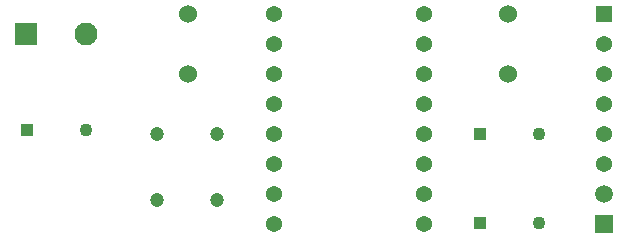
<source format=gbl>
G04 Layer_Physical_Order=2*
G04 Layer_Color=16711680*
%FSLAX44Y44*%
%MOMM*%
G71*
G01*
G75*
%ADD14C,1.3716*%
%ADD15C,1.9500*%
%ADD16R,1.9500X1.9500*%
%ADD17R,1.1000X1.1000*%
%ADD18C,1.1000*%
%ADD19R,1.5000X1.5000*%
%ADD20C,1.5000*%
%ADD21R,1.3700X1.3700*%
%ADD22C,1.3700*%
%ADD23C,1.2000*%
%ADD24C,1.5240*%
D14*
X880110Y580390D02*
D03*
Y605790D02*
D03*
Y631190D02*
D03*
Y656590D02*
D03*
Y681990D02*
D03*
Y707390D02*
D03*
Y732790D02*
D03*
Y758190D02*
D03*
X1007110D02*
D03*
Y732790D02*
D03*
Y707390D02*
D03*
Y681990D02*
D03*
Y656590D02*
D03*
Y631190D02*
D03*
Y605790D02*
D03*
Y580390D02*
D03*
D15*
X721360Y741680D02*
D03*
D16*
X670560D02*
D03*
D17*
X670960Y660400D02*
D03*
X1054500Y581660D02*
D03*
Y656590D02*
D03*
D18*
X720960Y660400D02*
D03*
X1104500Y581660D02*
D03*
Y656590D02*
D03*
D19*
X1159510Y580390D02*
D03*
D20*
Y605790D02*
D03*
D21*
Y758190D02*
D03*
D22*
Y732790D02*
D03*
Y707390D02*
D03*
Y681990D02*
D03*
Y656590D02*
D03*
Y631190D02*
D03*
D23*
X831850Y656590D02*
D03*
X781050D02*
D03*
X831850Y600710D02*
D03*
X781050D02*
D03*
D24*
X1078230Y758190D02*
D03*
Y707390D02*
D03*
X807720Y758190D02*
D03*
Y707390D02*
D03*
M02*

</source>
